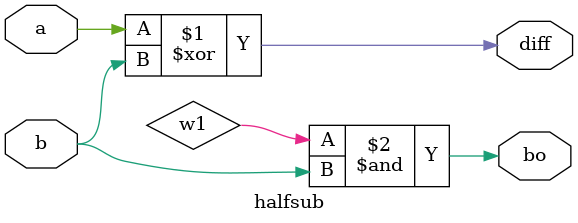
<source format=v>
 module halfsub(diff,bo,a,b);
	 input a;
	 input b;
	 output diff;
	 output bo;
	 wire w1;
	 xor(diff,a,b);
	 and(bo,w1,b);
	 endmodule

</source>
